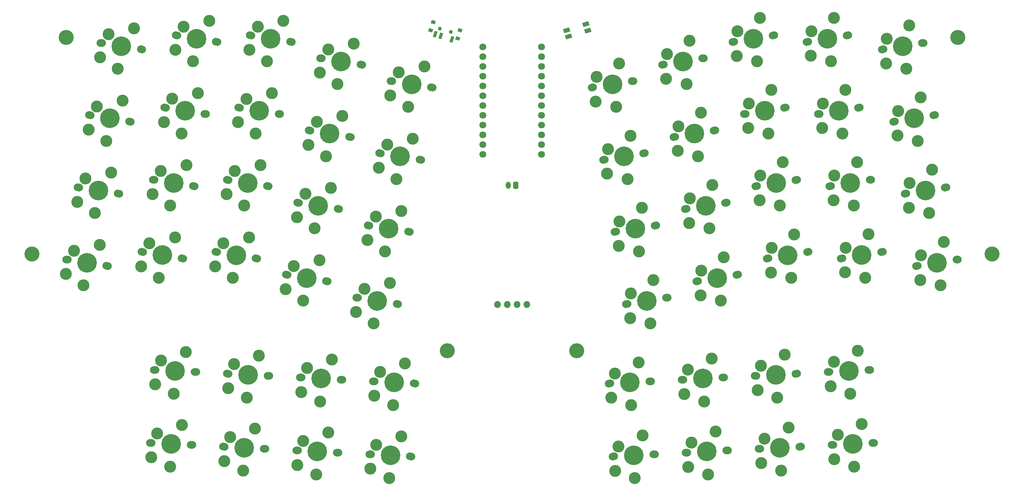
<source format=gbr>
%TF.GenerationSoftware,KiCad,Pcbnew,9.0.2-9.0.2-0~ubuntu24.04.1*%
%TF.CreationDate,2025-06-01T16:16:25+02:00*%
%TF.ProjectId,gandalf,67616e64-616c-4662-9e6b-696361645f70,v1.0.0*%
%TF.SameCoordinates,Original*%
%TF.FileFunction,Soldermask,Top*%
%TF.FilePolarity,Negative*%
%FSLAX46Y46*%
G04 Gerber Fmt 4.6, Leading zero omitted, Abs format (unit mm)*
G04 Created by KiCad (PCBNEW 9.0.2-9.0.2-0~ubuntu24.04.1) date 2025-06-01 16:16:25*
%MOMM*%
%LPD*%
G01*
G04 APERTURE LIST*
G04 Aperture macros list*
%AMRoundRect*
0 Rectangle with rounded corners*
0 $1 Rounding radius*
0 $2 $3 $4 $5 $6 $7 $8 $9 X,Y pos of 4 corners*
0 Add a 4 corners polygon primitive as box body*
4,1,4,$2,$3,$4,$5,$6,$7,$8,$9,$2,$3,0*
0 Add four circle primitives for the rounded corners*
1,1,$1+$1,$2,$3*
1,1,$1+$1,$4,$5*
1,1,$1+$1,$6,$7*
1,1,$1+$1,$8,$9*
0 Add four rect primitives between the rounded corners*
20,1,$1+$1,$2,$3,$4,$5,0*
20,1,$1+$1,$4,$5,$6,$7,0*
20,1,$1+$1,$6,$7,$8,$9,0*
20,1,$1+$1,$8,$9,$2,$3,0*%
G04 Aperture macros list end*
%ADD10C,3.900000*%
%ADD11C,1.800000*%
%ADD12C,1.000000*%
%ADD13RoundRect,0.050000X0.553985X0.614898X-0.115428X0.819559X-0.553985X-0.614898X0.115428X-0.819559X0*%
%ADD14RoundRect,0.050000X0.595101X0.236336X-0.361204X0.528708X-0.595101X-0.236336X0.361204X-0.528708X0*%
%ADD15RoundRect,0.050000X0.594950X0.704740X-0.887322X0.251564X-0.594950X-0.704740X0.887322X-0.251564X0*%
%ADD16O,1.800000X1.800000*%
%ADD17O,1.300000X1.850000*%
%ADD18RoundRect,0.260000X-0.390000X-0.665000X0.390000X-0.665000X0.390000X0.665000X-0.390000X0.665000X0*%
%ADD19C,2.000000*%
%ADD20C,3.100000*%
%ADD21C,5.100000*%
G04 APERTURE END LIST*
D10*
%TO.C,H1*%
X77540174Y-51444051D03*
%TD*%
D11*
%TO.C,MCU1*%
X200942077Y-81865994D03*
X185702077Y-81865995D03*
X200942077Y-79325997D03*
X185702077Y-79325997D03*
X200942077Y-76785995D03*
X185702077Y-76785995D03*
X200942077Y-74245995D03*
X185702077Y-74245995D03*
X200942077Y-71705995D03*
X185702078Y-71705995D03*
X200942077Y-69165995D03*
X185702077Y-69165995D03*
X200942077Y-66625995D03*
X185702077Y-66625995D03*
X200942077Y-64085995D03*
X185702077Y-64085995D03*
X200942076Y-61545995D03*
X185702077Y-61545995D03*
X200942077Y-59005995D03*
X185702077Y-59005995D03*
X200942077Y-56465995D03*
X185702077Y-56465995D03*
X200942077Y-53925993D03*
X185702077Y-53925993D03*
%TD*%
D10*
%TO.C,H3*%
X68623409Y-107742294D03*
%TD*%
%TO.C,H6*%
X210132652Y-132929799D03*
%TD*%
D12*
%TO.C,PWR1*%
X177461271Y-50012959D03*
X174592358Y-49135838D03*
D13*
X173360548Y-50599662D03*
X174795017Y-51038217D03*
X177663923Y-51915336D03*
D14*
X179838934Y-49589621D03*
X179192788Y-51703051D03*
X172211768Y-49568744D03*
X172857910Y-47455306D03*
%TD*%
D15*
%TO.C,RST1*%
X207957717Y-51178639D03*
X207460690Y-49552918D03*
X212978316Y-49643686D03*
X212481289Y-48017965D03*
%TD*%
D16*
%TO.C,DISP1*%
X197132074Y-120858148D03*
X194592074Y-120858150D03*
X192052074Y-120858150D03*
X189512074Y-120858148D03*
%TD*%
D10*
%TO.C,H2*%
X309103977Y-51444049D03*
%TD*%
D17*
%TO.C,JST1*%
X192322071Y-89873309D03*
D18*
X194322071Y-89873309D03*
%TD*%
D10*
%TO.C,H4*%
X318020734Y-107742287D03*
%TD*%
%TO.C,H5*%
X176511493Y-132929800D03*
%TD*%
D19*
%TO.C,S31*%
X253538829Y-71381823D03*
X253953659Y-71316120D03*
D20*
X254619303Y-75007438D03*
X254810679Y-68608721D03*
X259901901Y-76398179D03*
D21*
X258971115Y-70521434D03*
D20*
X260685157Y-65106633D03*
D19*
X263988571Y-69726748D03*
X264403401Y-69661045D03*
%TD*%
%TO.C,S16*%
X143509777Y-56830288D03*
X143924606Y-56895992D03*
D20*
X143416991Y-60612337D03*
X145576313Y-54585934D03*
X148011277Y-63567423D03*
D21*
X148942062Y-57690678D03*
D20*
X152245477Y-53070565D03*
D19*
X153959518Y-58485364D03*
X154374347Y-58551068D03*
%TD*%
%TO.C,S15*%
X140537524Y-75596364D03*
X140952353Y-75662068D03*
D20*
X140444738Y-79378413D03*
X142604060Y-73352010D03*
X145039024Y-82333499D03*
D21*
X145969809Y-76456754D03*
D20*
X149273224Y-71836641D03*
D19*
X150987265Y-77251440D03*
X151402094Y-77317144D03*
%TD*%
%TO.C,S14*%
X137565269Y-94362447D03*
X137980098Y-94428151D03*
D20*
X137472483Y-98144496D03*
X139631805Y-92118093D03*
X142066769Y-101099582D03*
D21*
X142997554Y-95222837D03*
D20*
X146300969Y-90602724D03*
D19*
X148015010Y-96017523D03*
X148429839Y-96083227D03*
%TD*%
%TO.C,S13*%
X134593011Y-113128519D03*
X135007840Y-113194223D03*
D20*
X134500225Y-116910568D03*
X136659547Y-110884165D03*
X139094511Y-119865654D03*
D21*
X140025296Y-113988909D03*
D20*
X143328711Y-109368796D03*
D19*
X145042752Y-114783595D03*
X145457581Y-114849299D03*
%TD*%
%TO.C,S12*%
X125212999Y-50894970D03*
X125627828Y-50960674D03*
D20*
X125120213Y-54677019D03*
X127279535Y-48650616D03*
X129714499Y-57632105D03*
D21*
X130645284Y-51755360D03*
D20*
X133948699Y-47135247D03*
D19*
X135662740Y-52550046D03*
X136077569Y-52615750D03*
%TD*%
%TO.C,S11*%
X122240746Y-69661043D03*
X122655575Y-69726747D03*
D20*
X122147960Y-73443092D03*
X124307282Y-67416689D03*
X126742246Y-76398178D03*
D21*
X127673031Y-70521433D03*
D20*
X130976446Y-65901320D03*
D19*
X132690487Y-71316119D03*
X133105316Y-71381823D03*
%TD*%
%TO.C,S10*%
X119268496Y-88427127D03*
X119683325Y-88492831D03*
D20*
X119175710Y-92209176D03*
X121335032Y-86182773D03*
X123769996Y-95164262D03*
D21*
X124700781Y-89287517D03*
D20*
X128004196Y-84667404D03*
D19*
X129718237Y-90082203D03*
X130133066Y-90147907D03*
%TD*%
%TO.C,S9*%
X116296239Y-107193201D03*
X116711068Y-107258905D03*
D20*
X116203453Y-110975250D03*
X118362775Y-104948847D03*
X120797739Y-113930336D03*
D21*
X121728524Y-108053591D03*
D20*
X125031939Y-103433478D03*
D19*
X126745980Y-108848277D03*
X127160809Y-108913981D03*
%TD*%
%TO.C,S46*%
X138260135Y-139841411D03*
X138679559Y-139863392D03*
D20*
X138563189Y-143612441D03*
X140080751Y-137393339D03*
X143441198Y-146071105D03*
D21*
X143752597Y-140129259D03*
D20*
X146554983Y-135189154D03*
D19*
X148825635Y-140395126D03*
X149245059Y-140417107D03*
%TD*%
%TO.C,S44*%
X119286178Y-138847028D03*
X119705602Y-138869009D03*
D20*
X119589232Y-142618058D03*
X121106794Y-136398956D03*
X124467241Y-145076722D03*
D21*
X124778640Y-139134876D03*
D20*
X127581026Y-134194771D03*
D19*
X129851678Y-139400743D03*
X130271102Y-139422724D03*
%TD*%
%TO.C,S50*%
X275347015Y-138428338D03*
X275766439Y-138406357D03*
D20*
X276042589Y-142147030D03*
X276901765Y-135803371D03*
X281150877Y-144082332D03*
D21*
X280839477Y-138140490D03*
D20*
X283110130Y-132934518D03*
D19*
X285912515Y-137874623D03*
X286331939Y-137852642D03*
%TD*%
%TO.C,S43*%
X118291783Y-157820985D03*
X118711207Y-157842966D03*
D20*
X118594837Y-161592015D03*
X120112399Y-155372913D03*
X123472846Y-164050679D03*
D21*
X123784245Y-158108833D03*
D20*
X126586631Y-153168728D03*
D19*
X128857283Y-158374700D03*
X129276707Y-158396681D03*
%TD*%
%TO.C,S30*%
X256511082Y-90147899D03*
X256925912Y-90082196D03*
D20*
X257591556Y-93773514D03*
X257782932Y-87374797D03*
X262874154Y-95164255D03*
D21*
X261943368Y-89287510D03*
D20*
X263657410Y-83872709D03*
D19*
X266960824Y-88492824D03*
X267375654Y-88427121D03*
%TD*%
%TO.C,S29*%
X259483340Y-108913975D03*
X259898170Y-108848272D03*
D20*
X260563814Y-112539590D03*
X260755190Y-106140873D03*
X265846412Y-113930331D03*
D21*
X264915626Y-108053586D03*
D20*
X266629668Y-102638785D03*
D19*
X269933082Y-107258900D03*
X270347912Y-107193197D03*
%TD*%
%TO.C,S28*%
X269801955Y-52606554D03*
X270216785Y-52540851D03*
D20*
X270882429Y-56232169D03*
X271073805Y-49833452D03*
X276165027Y-57622910D03*
D21*
X275234241Y-51746165D03*
D20*
X276948283Y-46331364D03*
D19*
X280251697Y-50951479D03*
X280666527Y-50885776D03*
%TD*%
%TO.C,S27*%
X272774211Y-71372630D03*
X273189041Y-71306927D03*
D20*
X273854685Y-74998245D03*
X274046061Y-68599528D03*
X279137283Y-76388986D03*
D21*
X278206497Y-70512241D03*
D20*
X279920539Y-65097440D03*
D19*
X283223953Y-69717555D03*
X283638783Y-69651852D03*
%TD*%
%TO.C,S23*%
X292322459Y-73338822D03*
X292737289Y-73273119D03*
D20*
X293402933Y-76964437D03*
X293594309Y-70565720D03*
X298685531Y-78355178D03*
D21*
X297754745Y-72478433D03*
D20*
X299468787Y-67063632D03*
D19*
X302772201Y-71683747D03*
X303187031Y-71618044D03*
%TD*%
%TO.C,S39*%
X216945281Y-83252467D03*
X217360111Y-83186764D03*
D20*
X218025755Y-86878082D03*
X218217131Y-80479365D03*
X223308353Y-88268823D03*
D21*
X222377567Y-82392078D03*
D20*
X224091609Y-76977277D03*
D19*
X227395023Y-81597392D03*
X227809853Y-81531689D03*
%TD*%
%TO.C,S8*%
X105977624Y-50885773D03*
X106392453Y-50951477D03*
D20*
X105884838Y-54667822D03*
X108044160Y-48641419D03*
X110479124Y-57622908D03*
D21*
X111409909Y-51746163D03*
D20*
X114713324Y-47126050D03*
D19*
X116427365Y-52540849D03*
X116842194Y-52606553D03*
%TD*%
%TO.C,S49*%
X276341404Y-157402303D03*
X276760828Y-157380322D03*
D20*
X277036978Y-161120995D03*
X277896154Y-154777336D03*
X282145266Y-163056297D03*
D21*
X281833866Y-157114455D03*
D20*
X284104519Y-151908483D03*
D19*
X286906904Y-156848588D03*
X287326328Y-156826607D03*
%TD*%
%TO.C,S56*%
X218425137Y-141411484D03*
X218844561Y-141389503D03*
D20*
X219120711Y-145130176D03*
X219979887Y-138786517D03*
X224228999Y-147065478D03*
D21*
X223917599Y-141123636D03*
D20*
X226188252Y-135917664D03*
D19*
X228990637Y-140857769D03*
X229410061Y-140835788D03*
%TD*%
%TO.C,S7*%
X103005366Y-69651851D03*
X103420195Y-69717555D03*
D20*
X102912580Y-73433900D03*
X105071902Y-67407497D03*
X107506866Y-76388986D03*
D21*
X108437651Y-70512241D03*
D20*
X111741066Y-65892128D03*
D19*
X113455107Y-71306927D03*
X113869936Y-71372631D03*
%TD*%
%TO.C,S6*%
X100033114Y-88417924D03*
X100447943Y-88483628D03*
D20*
X99940328Y-92199973D03*
X102099650Y-86173570D03*
X104534614Y-95155059D03*
D21*
X105465399Y-89278314D03*
D20*
X108768814Y-84658201D03*
D19*
X110482855Y-90073000D03*
X110897684Y-90138704D03*
%TD*%
%TO.C,S5*%
X97060858Y-107184011D03*
X97475687Y-107249715D03*
D20*
X96968072Y-110966060D03*
X99127394Y-104939657D03*
X101562358Y-113921146D03*
D21*
X102493143Y-108044401D03*
D20*
X105796558Y-103424288D03*
D19*
X107510599Y-108839087D03*
X107925428Y-108904791D03*
%TD*%
%TO.C,S4*%
X86429372Y-52851961D03*
X86844201Y-52917665D03*
D20*
X86336586Y-56634010D03*
X88495908Y-50607607D03*
X90930872Y-59589096D03*
D21*
X91861657Y-53712351D03*
D20*
X95165072Y-49092238D03*
D19*
X96879113Y-54507037D03*
X97293942Y-54572741D03*
%TD*%
%TO.C,S55*%
X219419518Y-160385447D03*
X219838942Y-160363466D03*
D20*
X220115092Y-164104139D03*
X220974268Y-157760480D03*
X225223380Y-166039441D03*
D21*
X224911980Y-160097599D03*
D20*
X227182633Y-154891627D03*
D19*
X229985018Y-159831732D03*
X230404442Y-159809751D03*
%TD*%
%TO.C,S26*%
X275746465Y-90138709D03*
X276161295Y-90073006D03*
D20*
X276826939Y-93764324D03*
X277018315Y-87365607D03*
X282109537Y-95155065D03*
D21*
X281178751Y-89278320D03*
D20*
X282892793Y-83863519D03*
D19*
X286196207Y-88483634D03*
X286611037Y-88417931D03*
%TD*%
%TO.C,S3*%
X83457111Y-71618045D03*
X83871940Y-71683749D03*
D20*
X83364325Y-75400094D03*
X85523647Y-69373691D03*
X87958611Y-78355180D03*
D21*
X88889396Y-72478435D03*
D20*
X92192811Y-67858322D03*
D19*
X93906852Y-73273121D03*
X94321681Y-73338825D03*
%TD*%
%TO.C,S2*%
X80484857Y-90384124D03*
X80899686Y-90449828D03*
D20*
X80392071Y-94166173D03*
X82551393Y-88139770D03*
X84986357Y-97121259D03*
D21*
X85917142Y-91244514D03*
D20*
X89220557Y-86624401D03*
D19*
X90934598Y-92039200D03*
X91349427Y-92104904D03*
%TD*%
%TO.C,S1*%
X77512603Y-109150193D03*
X77927432Y-109215897D03*
D20*
X77419817Y-112932242D03*
X79579139Y-106905839D03*
X82014103Y-115887328D03*
D21*
X82944888Y-110010583D03*
D20*
X86248303Y-105390470D03*
D19*
X87962344Y-110805269D03*
X88377173Y-110870973D03*
%TD*%
%TO.C,S25*%
X278718722Y-108904791D03*
X279133552Y-108839088D03*
D20*
X279799196Y-112530406D03*
X279990572Y-106131689D03*
X285081794Y-113921147D03*
D21*
X284151008Y-108044402D03*
D20*
X285865050Y-102629601D03*
D19*
X289168464Y-107249716D03*
X289583294Y-107184013D03*
%TD*%
%TO.C,S24*%
X289350207Y-54572739D03*
X289765037Y-54507036D03*
D20*
X290430681Y-58198354D03*
X290622057Y-51799637D03*
X295713279Y-59589095D03*
D21*
X294782493Y-53712350D03*
D20*
X296496535Y-48297549D03*
D19*
X299799949Y-52917664D03*
X300214779Y-52851961D03*
%TD*%
%TO.C,S22*%
X295294721Y-92104902D03*
X295709551Y-92039199D03*
D20*
X296375195Y-95730517D03*
X296566571Y-89331800D03*
X301657793Y-97121258D03*
D21*
X300727007Y-91244513D03*
D20*
X302441049Y-85829712D03*
D19*
X305744463Y-90449827D03*
X306159293Y-90384124D03*
%TD*%
%TO.C,S21*%
X298266974Y-110870977D03*
X298681804Y-110805274D03*
D20*
X299347448Y-114496592D03*
X299538824Y-108097875D03*
X304630046Y-115887333D03*
D21*
X303699260Y-110010588D03*
D20*
X305413302Y-104595787D03*
D19*
X308716716Y-109215902D03*
X309131546Y-109150199D03*
%TD*%
%TO.C,S20*%
X161806554Y-62765609D03*
X162221383Y-62831313D03*
D20*
X161713768Y-66547658D03*
X163873090Y-60521255D03*
X166308054Y-69502744D03*
D21*
X167238839Y-63625999D03*
D20*
X170542254Y-59005886D03*
D19*
X172256295Y-64420685D03*
X172671124Y-64486389D03*
%TD*%
%TO.C,S38*%
X219917535Y-102018539D03*
X220332365Y-101952836D03*
D20*
X220998009Y-105644154D03*
X221189385Y-99245437D03*
X226280607Y-107034895D03*
D21*
X225349821Y-101158150D03*
D20*
X227063863Y-95743349D03*
D19*
X230367277Y-100363464D03*
X230782107Y-100297761D03*
%TD*%
%TO.C,S45*%
X137265753Y-158815373D03*
X137685177Y-158837354D03*
D20*
X137568807Y-162586403D03*
X139086369Y-156367301D03*
X142446816Y-165045067D03*
D21*
X142758215Y-159103221D03*
D20*
X145560601Y-154163116D03*
D19*
X147831253Y-159369088D03*
X148250677Y-159391069D03*
%TD*%
%TO.C,S37*%
X222889794Y-120784621D03*
X223304624Y-120718918D03*
D20*
X223970268Y-124410236D03*
X224161644Y-118011519D03*
X229252866Y-125800977D03*
D21*
X228322080Y-119924232D03*
D20*
X230036122Y-114509431D03*
D19*
X233339536Y-119129546D03*
X233754366Y-119063843D03*
%TD*%
%TO.C,S48*%
X157234093Y-140835797D03*
X157653517Y-140857778D03*
D20*
X157537147Y-144606827D03*
X159054709Y-138387725D03*
X162415156Y-147065491D03*
D21*
X162726555Y-141123645D03*
D20*
X165528941Y-136183540D03*
D19*
X167799593Y-141389512D03*
X168219017Y-141411493D03*
%TD*%
%TO.C,S42*%
X100312206Y-137852644D03*
X100731630Y-137874625D03*
D20*
X100615260Y-141623674D03*
X102132822Y-135404572D03*
X105493269Y-144082338D03*
D21*
X105804668Y-138140492D03*
D20*
X108607054Y-133200387D03*
D19*
X110877706Y-138406359D03*
X111297130Y-138428340D03*
%TD*%
%TO.C,S54*%
X237399093Y-140417109D03*
X237818517Y-140395128D03*
D20*
X238094667Y-144135801D03*
X238953843Y-137792142D03*
X243202955Y-146071103D03*
D21*
X242891555Y-140129261D03*
D20*
X245162208Y-134923289D03*
D19*
X247964593Y-139863394D03*
X248384017Y-139841413D03*
%TD*%
%TO.C,S41*%
X99317827Y-156826601D03*
X99737251Y-156848582D03*
D20*
X99620881Y-160597631D03*
X101138443Y-154378529D03*
X104498890Y-163056295D03*
D21*
X104810289Y-157114449D03*
D20*
X107612675Y-152174344D03*
D19*
X109883327Y-157380316D03*
X110302751Y-157402297D03*
%TD*%
%TO.C,S19*%
X158834299Y-81531682D03*
X159249128Y-81597386D03*
D20*
X158741513Y-85313731D03*
X160900835Y-79287328D03*
X163335799Y-88268817D03*
D21*
X164266584Y-82392072D03*
D20*
X167569999Y-77771959D03*
D19*
X169284040Y-83186758D03*
X169698869Y-83252462D03*
%TD*%
%TO.C,S18*%
X155862045Y-100297762D03*
X156276874Y-100363466D03*
D20*
X155769259Y-104079811D03*
X157928581Y-98053408D03*
X160363545Y-107034897D03*
D21*
X161294330Y-101158152D03*
D20*
X164597745Y-96538039D03*
D19*
X166311786Y-101952838D03*
X166726615Y-102018542D03*
%TD*%
%TO.C,S47*%
X156239711Y-159809750D03*
X156659135Y-159831731D03*
D20*
X156542765Y-163580780D03*
X158060327Y-157361678D03*
X161420774Y-166039444D03*
D21*
X161732173Y-160097598D03*
D20*
X164534559Y-155157493D03*
D19*
X166805211Y-160363465D03*
X167224635Y-160385446D03*
%TD*%
%TO.C,S53*%
X238393478Y-159391067D03*
X238812902Y-159369086D03*
D20*
X239089052Y-163109759D03*
X239948228Y-156766100D03*
X244197340Y-165045061D03*
D21*
X243885940Y-159103219D03*
D20*
X246156593Y-153897247D03*
D19*
X248958978Y-158837352D03*
X249378402Y-158815371D03*
%TD*%
%TO.C,S36*%
X232269800Y-58551065D03*
X232684630Y-58485362D03*
D20*
X233350274Y-62176680D03*
X233541650Y-55777963D03*
X238632872Y-63567421D03*
D21*
X237702086Y-57690676D03*
D20*
X239416128Y-52275875D03*
D19*
X242719542Y-56895990D03*
X243134372Y-56830287D03*
%TD*%
%TO.C,S52*%
X256373058Y-139422721D03*
X256792482Y-139400740D03*
D20*
X257068632Y-143141413D03*
X257927808Y-136797754D03*
X262176920Y-145076715D03*
D21*
X261865520Y-139134873D03*
D20*
X264136173Y-133928901D03*
D19*
X266938558Y-138869006D03*
X267357982Y-138847025D03*
%TD*%
%TO.C,S40*%
X213973028Y-64486382D03*
X214387858Y-64420679D03*
D20*
X215053502Y-68111997D03*
X215244878Y-61713280D03*
X220336100Y-69502738D03*
D21*
X219405314Y-63625993D03*
D20*
X221119356Y-58211192D03*
D19*
X224422770Y-62831307D03*
X224837600Y-62765604D03*
%TD*%
%TO.C,S17*%
X152889785Y-119063841D03*
X153304614Y-119129545D03*
D20*
X152796999Y-122845890D03*
X154956321Y-116819487D03*
X157391285Y-125800976D03*
D21*
X158322070Y-119924231D03*
D20*
X161625485Y-115304118D03*
D19*
X163339526Y-120718917D03*
X163754355Y-120784621D03*
%TD*%
%TO.C,S51*%
X257367433Y-158396687D03*
X257786857Y-158374706D03*
D20*
X258063007Y-162115379D03*
X258922183Y-155771720D03*
X263171295Y-164050681D03*
D21*
X262859895Y-158108839D03*
D20*
X265130548Y-152902867D03*
D19*
X267932933Y-157842972D03*
X268352357Y-157820991D03*
%TD*%
%TO.C,S35*%
X235242054Y-77317143D03*
X235656884Y-77251440D03*
D20*
X236322528Y-80942758D03*
X236513904Y-74544041D03*
X241605126Y-82333499D03*
D21*
X240674340Y-76456754D03*
D20*
X242388382Y-71041953D03*
D19*
X245691796Y-75662068D03*
X246106626Y-75596365D03*
%TD*%
%TO.C,S32*%
X250566576Y-52615741D03*
X250981406Y-52550038D03*
D20*
X251647050Y-56241356D03*
X251838426Y-49842639D03*
X256929648Y-57632097D03*
D21*
X255998862Y-51755352D03*
D20*
X257712904Y-46340551D03*
D19*
X261016318Y-50960666D03*
X261431148Y-50894963D03*
%TD*%
%TO.C,S34*%
X238214309Y-96083222D03*
X238629139Y-96017519D03*
D20*
X239294783Y-99708837D03*
X239486159Y-93310120D03*
X244577381Y-101099578D03*
D21*
X243646595Y-95222833D03*
D20*
X245360637Y-89808032D03*
D19*
X248664051Y-94428147D03*
X249078881Y-94362444D03*
%TD*%
%TO.C,S33*%
X241186564Y-114849298D03*
X241601394Y-114783595D03*
D20*
X242267038Y-118474913D03*
X242458414Y-112076196D03*
X247549636Y-119865654D03*
D21*
X246618850Y-113988909D03*
D20*
X248332892Y-108574108D03*
D19*
X251636306Y-113194223D03*
X252051136Y-113128520D03*
%TD*%
M02*

</source>
